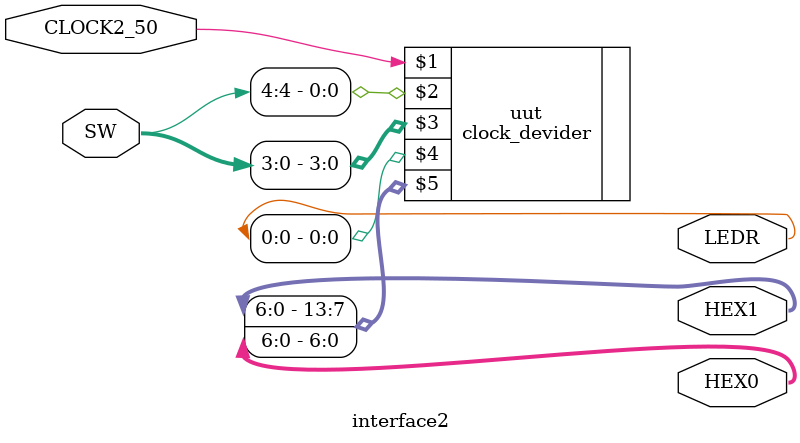
<source format=v>
module interface2(CLOCK2_50,SW,LEDR,HEX1,HEX0);
input CLOCK2_50;
input [4:0] SW;
output [1:0]LEDR;
output [6:0]HEX1,HEX0;


 clock_devider uut(CLOCK2_50,SW[4],SW[3:0],LEDR[0],{HEX1,HEX0});
 //clock_devider(clk,reset,hzin,hzout,seg);
 endmodule
</source>
